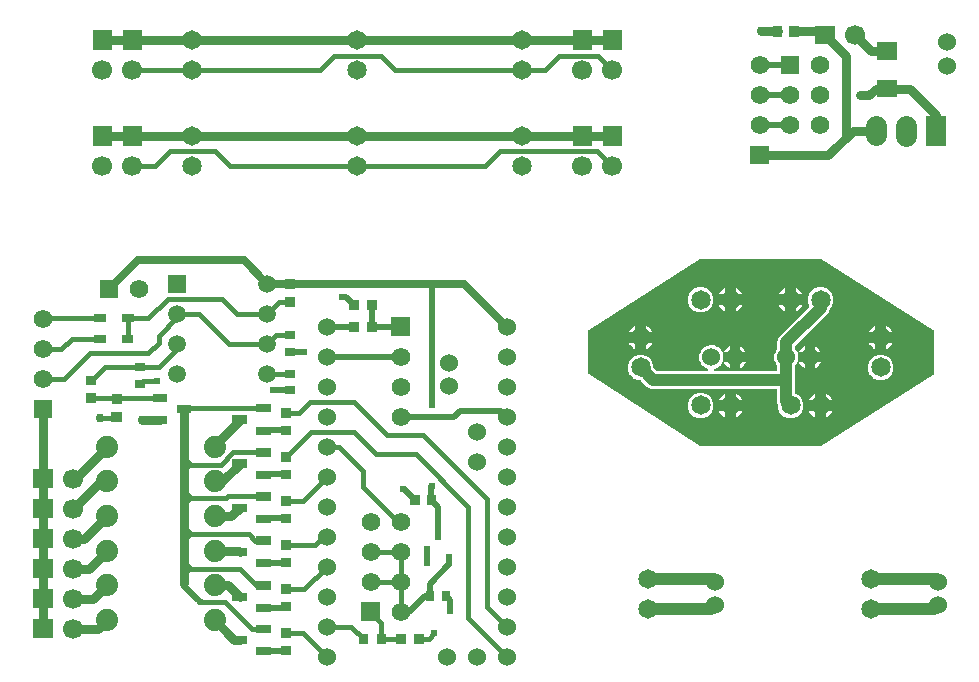
<source format=gtl>
G04 Layer: TopLayer*
G04 EasyEDA v6.4.30, 2022-01-25 10:33:58*
G04 5618020f384b45728b455be9ef3c0d3f,7d3f4a13764643a7838717c5c1d40531,10*
G04 Gerber Generator version 0.2*
G04 Scale: 100 percent, Rotated: No, Reflected: No *
G04 Dimensions in inches *
G04 leading zeros omitted , absolute positions ,3 integer and 6 decimal *
%FSLAX36Y36*%
%MOIN*%

%ADD11C,0.0200*%
%ADD12C,0.0150*%
%ADD13C,0.0250*%
%ADD14C,0.0300*%
%ADD15C,0.0400*%
%ADD16C,0.0240*%
%ADD17R,0.0680X0.0585*%
%ADD18R,0.0315X0.0354*%
%ADD19R,0.0209X0.0408*%
%ADD21R,0.0354X0.0315*%
%ADD22R,0.0340X0.0318*%
%ADD23R,0.0492X0.0276*%
%ADD24R,0.0394X0.0295*%
%ADD25C,0.0600*%
%ADD26R,0.0620X0.0620*%
%ADD27C,0.0620*%
%ADD29C,0.0669*%
%ADD31R,0.0709X0.1024*%
%ADD32C,0.0740*%
%ADD33C,0.0650*%
%ADD34R,0.0591X0.0591*%
%ADD35C,0.0591*%
%ADD36C,0.0709*%

%LPD*%
G36*
X2301180Y836240D02*
G01*
X2300040Y836420D01*
X2299020Y836880D01*
X1926840Y1076940D01*
X1925860Y1077840D01*
X1925220Y1079000D01*
X1925000Y1080300D01*
X1925000Y1219680D01*
X1925220Y1221000D01*
X1925860Y1222160D01*
X1926840Y1223060D01*
X2299020Y1460620D01*
X2300040Y1461080D01*
X2301160Y1461240D01*
X2698840Y1461240D01*
X2699960Y1461100D01*
X2700980Y1460620D01*
X3076259Y1223060D01*
X3077260Y1222160D01*
X3077900Y1220980D01*
X3078120Y1219680D01*
X3078120Y1077200D01*
X3077900Y1075880D01*
X3077260Y1074720D01*
X3076259Y1073820D01*
X2700980Y836860D01*
X2699960Y836400D01*
X2698840Y836240D01*
G37*

%LPC*%
G36*
X2300000Y929180D02*
G01*
X2305580Y929539D01*
X2311040Y930639D01*
X2316340Y932440D01*
X2321340Y934900D01*
X2325980Y938000D01*
X2330180Y941680D01*
X2333860Y945879D01*
X2336980Y950520D01*
X2339440Y955540D01*
X2341240Y960819D01*
X2342320Y966300D01*
X2342700Y971880D01*
X2342320Y977440D01*
X2341240Y982920D01*
X2339440Y988220D01*
X2336980Y993220D01*
X2333860Y997860D01*
X2330180Y1002060D01*
X2325980Y1005740D01*
X2321340Y1008840D01*
X2316340Y1011320D01*
X2311040Y1013120D01*
X2305580Y1014200D01*
X2300000Y1014560D01*
X2294420Y1014200D01*
X2288960Y1013120D01*
X2283660Y1011320D01*
X2278660Y1008840D01*
X2274020Y1005740D01*
X2269820Y1002060D01*
X2266140Y997860D01*
X2263020Y993220D01*
X2260560Y988220D01*
X2258760Y982920D01*
X2257680Y977440D01*
X2257300Y971880D01*
X2257680Y966300D01*
X2258760Y960819D01*
X2260560Y955540D01*
X2263020Y950520D01*
X2266140Y945879D01*
X2269820Y941680D01*
X2274020Y938000D01*
X2278660Y934900D01*
X2283660Y932440D01*
X2288960Y930639D01*
X2294420Y929539D01*
G37*
G36*
X2600000Y929180D02*
G01*
X2605580Y929539D01*
X2611040Y930639D01*
X2616340Y932440D01*
X2621340Y934900D01*
X2625980Y938000D01*
X2630179Y941680D01*
X2633860Y945879D01*
X2636980Y950520D01*
X2639440Y955540D01*
X2641240Y960819D01*
X2642320Y966300D01*
X2642700Y971880D01*
X2642320Y977440D01*
X2641240Y982920D01*
X2639440Y988220D01*
X2636980Y993220D01*
X2633860Y997860D01*
X2630179Y1002060D01*
X2625980Y1005740D01*
X2621340Y1008840D01*
X2618080Y1010460D01*
X2616900Y1011340D01*
X2616120Y1012600D01*
X2615840Y1014040D01*
X2615840Y1105200D01*
X2616120Y1106620D01*
X2620240Y1112640D01*
X2621380Y1114920D01*
X2622440Y1116240D01*
X2623960Y1116980D01*
X2624680Y1117020D01*
X2624000Y1117960D01*
X2623660Y1119440D01*
X2623860Y1120940D01*
X2624420Y1122500D01*
X2625480Y1127760D01*
X2625840Y1133120D01*
X2625480Y1138480D01*
X2624420Y1143740D01*
X2623860Y1145320D01*
X2623660Y1146820D01*
X2624000Y1148280D01*
X2624680Y1149240D01*
X2623960Y1149260D01*
X2622440Y1150020D01*
X2621380Y1151340D01*
X2620240Y1153600D01*
X2616060Y1159680D01*
X2615800Y1161120D01*
X2615800Y1168340D01*
X2616100Y1169860D01*
X2616980Y1171160D01*
X2722080Y1276300D01*
X2724340Y1279020D01*
X2724900Y1279820D01*
X2726740Y1282860D01*
X2727180Y1283740D01*
X2728840Y1287920D01*
X2729660Y1291279D01*
X2729940Y1293480D01*
X2730260Y1294620D01*
X2730899Y1295620D01*
X2733860Y1299019D01*
X2736980Y1303660D01*
X2739440Y1308660D01*
X2741240Y1313959D01*
X2742320Y1319420D01*
X2742700Y1325000D01*
X2742320Y1330580D01*
X2741240Y1336040D01*
X2739440Y1341339D01*
X2736980Y1346339D01*
X2733860Y1350980D01*
X2730179Y1355180D01*
X2725980Y1358860D01*
X2721340Y1361980D01*
X2716340Y1364440D01*
X2711040Y1366240D01*
X2705580Y1367320D01*
X2700000Y1367700D01*
X2694420Y1367320D01*
X2688960Y1366240D01*
X2683660Y1364440D01*
X2678660Y1361980D01*
X2674020Y1358860D01*
X2669820Y1355180D01*
X2666139Y1350980D01*
X2663020Y1346339D01*
X2660560Y1341339D01*
X2658759Y1336040D01*
X2657679Y1330580D01*
X2657300Y1325000D01*
X2657679Y1319420D01*
X2658759Y1313959D01*
X2660560Y1308660D01*
X2662100Y1305540D01*
X2662500Y1303940D01*
X2662240Y1302320D01*
X2661340Y1300940D01*
X2563519Y1203100D01*
X2561259Y1200380D01*
X2560700Y1199580D01*
X2558860Y1196540D01*
X2558420Y1195660D01*
X2556760Y1191480D01*
X2555920Y1188040D01*
X2555760Y1187080D01*
X2555420Y1183560D01*
X2555400Y1160920D01*
X2555180Y1159600D01*
X2554540Y1158440D01*
X2552520Y1155880D01*
X2549780Y1151260D01*
X2547680Y1146300D01*
X2546260Y1141140D01*
X2545540Y1135800D01*
X2545540Y1130440D01*
X2546260Y1125120D01*
X2547680Y1119940D01*
X2549780Y1115000D01*
X2552520Y1110380D01*
X2554580Y1107760D01*
X2555220Y1106580D01*
X2555440Y1105280D01*
X2555440Y1091280D01*
X2555140Y1089740D01*
X2554280Y1088440D01*
X2552980Y1087580D01*
X2551440Y1087280D01*
X2349580Y1087280D01*
X2348000Y1087600D01*
X2346680Y1088520D01*
X2345820Y1089880D01*
X2345580Y1091480D01*
X2346000Y1093040D01*
X2346980Y1094320D01*
X2348400Y1095100D01*
X2350100Y1095620D01*
X2354960Y1097880D01*
X2359500Y1100760D01*
X2363600Y1104240D01*
X2367200Y1108220D01*
X2370240Y1112640D01*
X2371380Y1114920D01*
X2372440Y1116240D01*
X2373960Y1116980D01*
X2374680Y1117020D01*
X2374000Y1117960D01*
X2373660Y1119440D01*
X2373860Y1120940D01*
X2374420Y1122500D01*
X2375480Y1127760D01*
X2375840Y1133120D01*
X2375480Y1138480D01*
X2374420Y1143740D01*
X2373860Y1145320D01*
X2373660Y1146820D01*
X2374000Y1148280D01*
X2374680Y1149240D01*
X2373960Y1149260D01*
X2372440Y1150020D01*
X2371380Y1151340D01*
X2370240Y1153600D01*
X2367200Y1158040D01*
X2363600Y1162020D01*
X2359500Y1165480D01*
X2354960Y1168380D01*
X2350100Y1170640D01*
X2344960Y1172220D01*
X2339680Y1173120D01*
X2334300Y1173300D01*
X2328960Y1172760D01*
X2323740Y1171520D01*
X2318740Y1169580D01*
X2314020Y1167000D01*
X2309700Y1163820D01*
X2305840Y1160080D01*
X2302520Y1155880D01*
X2299780Y1151260D01*
X2297680Y1146300D01*
X2296260Y1141140D01*
X2295540Y1135800D01*
X2295540Y1130440D01*
X2296260Y1125120D01*
X2297680Y1119940D01*
X2299780Y1115000D01*
X2302520Y1110380D01*
X2305840Y1106160D01*
X2309700Y1102440D01*
X2314020Y1099240D01*
X2318740Y1096660D01*
X2323060Y1095000D01*
X2324380Y1094160D01*
X2325280Y1092860D01*
X2325620Y1091320D01*
X2325320Y1089780D01*
X2324460Y1088460D01*
X2323160Y1087580D01*
X2321620Y1087280D01*
X2155840Y1087280D01*
X2154320Y1087580D01*
X2153020Y1088440D01*
X2143760Y1097700D01*
X2142940Y1098880D01*
X2142600Y1100280D01*
X2142320Y1104320D01*
X2141240Y1109800D01*
X2139440Y1115080D01*
X2136980Y1120100D01*
X2133860Y1124740D01*
X2130180Y1128940D01*
X2125980Y1132620D01*
X2121340Y1135720D01*
X2116340Y1138200D01*
X2111040Y1139980D01*
X2105580Y1141080D01*
X2100000Y1141440D01*
X2094420Y1141080D01*
X2088959Y1139980D01*
X2083660Y1138200D01*
X2078660Y1135720D01*
X2074019Y1132620D01*
X2069820Y1128940D01*
X2066140Y1124740D01*
X2063020Y1120100D01*
X2060560Y1115080D01*
X2058760Y1109800D01*
X2057680Y1104320D01*
X2057300Y1098740D01*
X2057680Y1093180D01*
X2058760Y1087700D01*
X2060560Y1082420D01*
X2063020Y1077400D01*
X2066140Y1072760D01*
X2069820Y1068560D01*
X2074019Y1064880D01*
X2078660Y1061780D01*
X2083660Y1059300D01*
X2088959Y1057520D01*
X2094420Y1056420D01*
X2098480Y1056160D01*
X2099860Y1055820D01*
X2101040Y1055000D01*
X2121080Y1034980D01*
X2124600Y1032159D01*
X2127640Y1030340D01*
X2128500Y1029900D01*
X2131780Y1028540D01*
X2132700Y1028240D01*
X2136140Y1027380D01*
X2137100Y1027220D01*
X2140620Y1026900D01*
X2551440Y1026880D01*
X2552980Y1026560D01*
X2554280Y1025699D01*
X2555140Y1024400D01*
X2555440Y1022880D01*
X2555460Y985160D01*
X2555800Y981640D01*
X2555960Y980680D01*
X2556800Y977280D01*
X2557260Y975980D01*
X2557480Y974400D01*
X2557300Y971880D01*
X2557680Y966300D01*
X2558760Y960819D01*
X2560560Y955540D01*
X2563020Y950520D01*
X2566139Y945879D01*
X2569820Y941680D01*
X2574020Y938000D01*
X2578660Y934900D01*
X2583660Y932440D01*
X2588960Y930639D01*
X2594420Y929539D01*
G37*
G36*
X2681259Y933620D02*
G01*
X2681259Y953120D01*
X2661740Y953120D01*
X2663020Y950520D01*
X2666139Y945879D01*
X2669820Y941680D01*
X2674020Y938000D01*
X2678660Y934900D01*
G37*
G36*
X2418760Y933620D02*
G01*
X2421340Y934900D01*
X2425980Y938000D01*
X2430180Y941680D01*
X2433860Y945879D01*
X2436980Y950520D01*
X2438260Y953120D01*
X2418760Y953120D01*
G37*
G36*
X2381260Y933620D02*
G01*
X2381260Y953120D01*
X2361740Y953120D01*
X2363020Y950520D01*
X2366140Y945879D01*
X2369820Y941680D01*
X2374020Y938000D01*
X2378660Y934900D01*
G37*
G36*
X2718759Y933620D02*
G01*
X2721340Y934900D01*
X2725980Y938000D01*
X2730179Y941680D01*
X2733860Y945879D01*
X2736980Y950520D01*
X2738260Y953120D01*
X2718759Y953120D01*
G37*
G36*
X2361740Y990620D02*
G01*
X2381260Y990620D01*
X2381260Y1010120D01*
X2378660Y1008840D01*
X2374020Y1005740D01*
X2369820Y1002060D01*
X2366140Y997860D01*
X2363020Y993220D01*
G37*
G36*
X2418760Y990620D02*
G01*
X2438260Y990620D01*
X2436980Y993220D01*
X2433860Y997860D01*
X2430180Y1002060D01*
X2425980Y1005740D01*
X2421340Y1008840D01*
X2418760Y1010120D01*
G37*
G36*
X2661740Y990620D02*
G01*
X2681259Y990620D01*
X2681259Y1010120D01*
X2678660Y1008840D01*
X2674020Y1005740D01*
X2669820Y1002060D01*
X2666139Y997860D01*
X2663020Y993220D01*
G37*
G36*
X2718759Y990620D02*
G01*
X2738260Y990620D01*
X2736980Y993220D01*
X2733860Y997860D01*
X2730179Y1002060D01*
X2725980Y1005740D01*
X2721340Y1008840D01*
X2718759Y1010120D01*
G37*
G36*
X2900000Y1056060D02*
G01*
X2905580Y1056420D01*
X2911040Y1057520D01*
X2916340Y1059300D01*
X2921340Y1061780D01*
X2925980Y1064880D01*
X2930179Y1068560D01*
X2933860Y1072760D01*
X2936980Y1077400D01*
X2939440Y1082420D01*
X2941240Y1087700D01*
X2942320Y1093180D01*
X2942700Y1098740D01*
X2942320Y1104320D01*
X2941240Y1109800D01*
X2939440Y1115080D01*
X2936980Y1120100D01*
X2933860Y1124740D01*
X2930179Y1128940D01*
X2925980Y1132620D01*
X2921340Y1135720D01*
X2916340Y1138200D01*
X2911040Y1139980D01*
X2905580Y1141080D01*
X2900000Y1141440D01*
X2894420Y1141080D01*
X2888960Y1139980D01*
X2883660Y1138200D01*
X2878660Y1135720D01*
X2874020Y1132620D01*
X2869820Y1128940D01*
X2866139Y1124740D01*
X2863020Y1120100D01*
X2860560Y1115080D01*
X2858759Y1109800D01*
X2857679Y1104320D01*
X2857300Y1098740D01*
X2857679Y1093180D01*
X2858759Y1087700D01*
X2860560Y1082420D01*
X2863020Y1077400D01*
X2866139Y1072760D01*
X2869820Y1068560D01*
X2874020Y1064880D01*
X2878660Y1061780D01*
X2883660Y1059300D01*
X2888960Y1057520D01*
X2894420Y1056420D01*
G37*
G36*
X2396860Y1096980D02*
G01*
X2396860Y1115620D01*
X2377940Y1115620D01*
X2378380Y1115140D01*
X2381220Y1110380D01*
X2384540Y1106160D01*
X2388400Y1102440D01*
X2392720Y1099240D01*
G37*
G36*
X2646860Y1096980D02*
G01*
X2646860Y1115620D01*
X2627940Y1115620D01*
X2628380Y1115140D01*
X2631220Y1110380D01*
X2634540Y1106160D01*
X2638399Y1102440D01*
X2642720Y1099240D01*
G37*
G36*
X2681860Y1097040D02*
G01*
X2683660Y1097880D01*
X2688200Y1100760D01*
X2692300Y1104240D01*
X2695899Y1108220D01*
X2698940Y1112640D01*
X2700440Y1115620D01*
X2681860Y1115620D01*
G37*
G36*
X2431860Y1097040D02*
G01*
X2433660Y1097880D01*
X2438200Y1100760D01*
X2442300Y1104240D01*
X2445900Y1108220D01*
X2448940Y1112640D01*
X2450440Y1115620D01*
X2431860Y1115620D01*
G37*
G36*
X2681860Y1150620D02*
G01*
X2700440Y1150620D01*
X2698940Y1153600D01*
X2695899Y1158040D01*
X2692300Y1162020D01*
X2688200Y1165480D01*
X2683660Y1168380D01*
X2681860Y1169220D01*
G37*
G36*
X2431860Y1150620D02*
G01*
X2450440Y1150620D01*
X2448940Y1153600D01*
X2445900Y1158040D01*
X2442300Y1162020D01*
X2438200Y1165480D01*
X2433660Y1168380D01*
X2431860Y1169220D01*
G37*
G36*
X2377940Y1150620D02*
G01*
X2396860Y1150620D01*
X2396860Y1169260D01*
X2392720Y1167000D01*
X2388400Y1163820D01*
X2384540Y1160080D01*
X2381220Y1155880D01*
X2378380Y1151100D01*
G37*
G36*
X2627940Y1150620D02*
G01*
X2646860Y1150620D01*
X2646860Y1169260D01*
X2642720Y1167000D01*
X2638399Y1163820D01*
X2634540Y1160080D01*
X2631220Y1155880D01*
X2628380Y1151100D01*
G37*
G36*
X2918759Y1160500D02*
G01*
X2921340Y1161780D01*
X2925980Y1164880D01*
X2930179Y1168560D01*
X2933860Y1172760D01*
X2936980Y1177400D01*
X2938260Y1180000D01*
X2918759Y1180000D01*
G37*
G36*
X2081260Y1160500D02*
G01*
X2081260Y1180000D01*
X2061740Y1180000D01*
X2063020Y1177400D01*
X2066140Y1172760D01*
X2069820Y1168560D01*
X2074019Y1164880D01*
X2078660Y1161780D01*
G37*
G36*
X2881259Y1160500D02*
G01*
X2881259Y1180000D01*
X2861740Y1180000D01*
X2863020Y1177400D01*
X2866139Y1172760D01*
X2869820Y1168560D01*
X2874020Y1164880D01*
X2878660Y1161780D01*
G37*
G36*
X2118760Y1160500D02*
G01*
X2121340Y1161780D01*
X2125980Y1164880D01*
X2130180Y1168560D01*
X2133860Y1172760D01*
X2136980Y1177400D01*
X2138260Y1180000D01*
X2118760Y1180000D01*
G37*
G36*
X2918759Y1217500D02*
G01*
X2938260Y1217500D01*
X2936980Y1220100D01*
X2933860Y1224740D01*
X2930179Y1228940D01*
X2925980Y1232620D01*
X2921340Y1235720D01*
X2918759Y1237000D01*
G37*
G36*
X2118760Y1217500D02*
G01*
X2138260Y1217500D01*
X2136980Y1220100D01*
X2133860Y1224740D01*
X2130180Y1228940D01*
X2125980Y1232620D01*
X2121340Y1235720D01*
X2118760Y1237000D01*
G37*
G36*
X2861740Y1217500D02*
G01*
X2881259Y1217500D01*
X2881259Y1237000D01*
X2878660Y1235720D01*
X2874020Y1232620D01*
X2869820Y1228940D01*
X2866139Y1224740D01*
X2863020Y1220100D01*
G37*
G36*
X2061740Y1217500D02*
G01*
X2081260Y1217500D01*
X2081260Y1237000D01*
X2078660Y1235720D01*
X2074019Y1232620D01*
X2069820Y1228940D01*
X2066140Y1224740D01*
X2063020Y1220100D01*
G37*
G36*
X2300000Y1282300D02*
G01*
X2305580Y1282680D01*
X2311040Y1283760D01*
X2316340Y1285560D01*
X2321340Y1288020D01*
X2325980Y1291140D01*
X2330180Y1294820D01*
X2333860Y1299019D01*
X2336980Y1303660D01*
X2339440Y1308660D01*
X2341240Y1313959D01*
X2342320Y1319420D01*
X2342700Y1325000D01*
X2342320Y1330580D01*
X2341240Y1336040D01*
X2339440Y1341339D01*
X2336980Y1346339D01*
X2333860Y1350980D01*
X2330180Y1355180D01*
X2325980Y1358860D01*
X2321340Y1361980D01*
X2316340Y1364440D01*
X2311040Y1366240D01*
X2305580Y1367320D01*
X2300000Y1367700D01*
X2294420Y1367320D01*
X2288960Y1366240D01*
X2283660Y1364440D01*
X2278660Y1361980D01*
X2274020Y1358860D01*
X2269820Y1355180D01*
X2266140Y1350980D01*
X2263020Y1346339D01*
X2260560Y1341339D01*
X2258760Y1336040D01*
X2257680Y1330580D01*
X2257300Y1325000D01*
X2257680Y1319420D01*
X2258760Y1313959D01*
X2260560Y1308660D01*
X2263020Y1303660D01*
X2266140Y1299019D01*
X2269820Y1294820D01*
X2274020Y1291140D01*
X2278660Y1288020D01*
X2283660Y1285560D01*
X2288960Y1283760D01*
X2294420Y1282680D01*
G37*
G36*
X2381260Y1286740D02*
G01*
X2381260Y1306240D01*
X2361740Y1306240D01*
X2363020Y1303660D01*
X2366140Y1299019D01*
X2369820Y1294820D01*
X2374020Y1291140D01*
X2378660Y1288020D01*
G37*
G36*
X2581259Y1286740D02*
G01*
X2581259Y1306240D01*
X2561740Y1306240D01*
X2563020Y1303660D01*
X2566139Y1299019D01*
X2569820Y1294820D01*
X2574020Y1291140D01*
X2578660Y1288020D01*
G37*
G36*
X2418760Y1286740D02*
G01*
X2421340Y1288020D01*
X2425980Y1291140D01*
X2430180Y1294820D01*
X2433860Y1299019D01*
X2436980Y1303660D01*
X2438260Y1306240D01*
X2418760Y1306240D01*
G37*
G36*
X2618759Y1286740D02*
G01*
X2621340Y1288020D01*
X2625980Y1291140D01*
X2630179Y1294820D01*
X2633860Y1299019D01*
X2636980Y1303660D01*
X2638260Y1306240D01*
X2618759Y1306240D01*
G37*
G36*
X2361740Y1343740D02*
G01*
X2381260Y1343740D01*
X2381260Y1363260D01*
X2378660Y1361980D01*
X2374020Y1358860D01*
X2369820Y1355180D01*
X2366140Y1350980D01*
X2363020Y1346339D01*
G37*
G36*
X2561740Y1343740D02*
G01*
X2581259Y1343740D01*
X2581259Y1363260D01*
X2578660Y1361980D01*
X2574020Y1358860D01*
X2569820Y1355180D01*
X2566139Y1350980D01*
X2563020Y1346339D01*
G37*
G36*
X2618759Y1343740D02*
G01*
X2638260Y1343740D01*
X2636980Y1346339D01*
X2633860Y1350980D01*
X2630179Y1355180D01*
X2625980Y1358860D01*
X2621340Y1361980D01*
X2618759Y1363260D01*
G37*
G36*
X2418760Y1343740D02*
G01*
X2438260Y1343740D01*
X2436980Y1346339D01*
X2433860Y1350980D01*
X2430180Y1355180D01*
X2425980Y1358860D01*
X2421340Y1361980D01*
X2418760Y1363260D01*
G37*

%LPD*%
G36*
X571880Y818760D02*
G01*
X571880Y731260D01*
X603120Y768760D01*
X603120Y781260D01*
G37*
G36*
X621840Y337520D02*
G01*
X621840Y318780D01*
X646840Y318780D01*
G37*
G36*
X590600Y409400D02*
G01*
X574980Y368780D01*
X590600Y368780D01*
G37*
G36*
X571880Y471880D02*
G01*
X571880Y384380D01*
X603120Y421880D01*
X603120Y434380D01*
G37*
G36*
X571880Y587500D02*
G01*
X571880Y500000D01*
X603120Y537500D01*
X603120Y550000D01*
G37*
G36*
X571880Y706260D02*
G01*
X571880Y618760D01*
X603120Y656260D01*
X603120Y668760D01*
G37*
D11*
X1300000Y934369D02*
G01*
X1478119Y934369D01*
X1496850Y953101D01*
X1634399Y953101D01*
X1653100Y934398D01*
D12*
X1653100Y134299D02*
G01*
X1525000Y262399D01*
X1525000Y634400D01*
X1350000Y809400D01*
X1218800Y809400D01*
X1143800Y884400D01*
X1001700Y884400D01*
X918800Y801500D01*
X1653100Y234400D02*
G01*
X1587500Y300000D01*
X1587500Y659400D01*
X1375000Y871900D01*
X1256300Y871900D01*
X1143800Y984400D01*
X996899Y984400D01*
X960900Y948400D01*
X918800Y948400D01*
D13*
X931250Y1376529D02*
G01*
X1510969Y1376529D01*
X1653119Y1234380D01*
D11*
X1403130Y975000D02*
G01*
X1403130Y1375000D01*
X1403125Y1375000D01*
D12*
X1300000Y584400D02*
G01*
X1290600Y584400D01*
X1175000Y700000D01*
X1175000Y753099D01*
X1093699Y834400D01*
X1053100Y834400D01*
D11*
X1452559Y337500D02*
G01*
X1465630Y324429D01*
X1465630Y287500D01*
D12*
X1053119Y234380D02*
G01*
X1135959Y234380D01*
X1176589Y193750D01*
X1235907Y193750D02*
G01*
X1235907Y248461D01*
X1200000Y284369D01*
D14*
X2715630Y2206244D02*
G01*
X2784551Y2137323D01*
X2784551Y1865774D01*
X2496880Y1806244D02*
G01*
X2724994Y1806244D01*
X2806430Y1887680D01*
X2884369Y1887680D01*
D11*
X2496880Y1906244D02*
G01*
X2596890Y1906244D01*
X2496880Y2006244D02*
G01*
X2596890Y2006244D01*
X2496880Y2106244D02*
G01*
X2596880Y2106244D01*
D15*
X2700000Y1325000D02*
G01*
X2700000Y1296900D01*
X2585600Y1182500D01*
X2585600Y1133099D01*
X2100000Y1098750D02*
G01*
X2141678Y1057071D01*
X2585649Y1057071D01*
D12*
X1706244Y2089355D02*
G01*
X1781244Y2089355D01*
X1829345Y2137456D01*
X1958145Y2137456D01*
X2006244Y2089355D01*
X606244Y2089355D02*
G01*
X1031244Y2089355D01*
X1079345Y2137456D01*
X1233145Y2137456D01*
X1281244Y2089355D01*
X1706244Y2089355D01*
X406244Y2089380D02*
G01*
X606244Y2089380D01*
D14*
X306244Y2189380D02*
G01*
X2006244Y2189380D01*
D12*
X406244Y1770630D02*
G01*
X481244Y1770630D01*
X531244Y1820630D01*
X681244Y1820630D01*
X731244Y1770630D01*
X1156244Y1770630D01*
X1156244Y1770630D02*
G01*
X1581244Y1770630D01*
X1631244Y1820630D01*
X1956244Y1820630D01*
X2006244Y1770630D01*
D14*
X306244Y1870630D02*
G01*
X2006244Y1870630D01*
D15*
X2600000Y971869D02*
G01*
X2585649Y986221D01*
X2585649Y1133125D01*
X2868750Y393750D02*
G01*
X3081229Y393750D01*
X3090630Y384351D01*
X2868750Y293750D02*
G01*
X3078729Y293750D01*
X3090630Y305648D01*
X2125000Y393750D02*
G01*
X2338104Y393750D01*
X2346880Y384976D01*
X2125000Y293750D02*
G01*
X2334354Y293750D01*
X2346880Y306273D01*
D12*
X353130Y992159D02*
G01*
X357739Y996770D01*
X498130Y996770D01*
X268755Y995340D02*
G01*
X349949Y995340D01*
X353130Y992159D01*
X353130Y932838D02*
G01*
X351541Y931250D01*
X296880Y931250D01*
X487510Y1053110D02*
G01*
X440070Y1053110D01*
X431260Y1044299D01*
X109380Y1159369D02*
G01*
X168744Y1159369D01*
X203125Y1193750D01*
X297590Y1193750D01*
X556298Y1278101D02*
G01*
X556298Y1265700D01*
X493798Y1203101D01*
X493798Y1181201D01*
X459398Y1146898D01*
X265648Y1146898D01*
X178119Y1059369D01*
X109380Y1059369D01*
X431250Y1099430D02*
G01*
X313524Y1099430D01*
X268755Y1054661D01*
X431250Y1099430D02*
G01*
X496329Y1099430D01*
X556298Y1159398D01*
X556298Y1178101D01*
D14*
X109398Y228125D02*
G01*
X109380Y228144D01*
X109380Y959369D01*
X320000Y371898D02*
G01*
X276221Y328119D01*
X209380Y328119D01*
X209380Y428119D02*
G01*
X260619Y428119D01*
X320000Y487500D01*
X320000Y256201D02*
G01*
X291918Y228119D01*
X209380Y228119D01*
D12*
X109380Y1259369D02*
G01*
X112510Y1262500D01*
X297590Y1262500D01*
D13*
X856298Y1378101D02*
G01*
X778100Y1456201D01*
X424960Y1456201D01*
X328130Y1359369D01*
D12*
X856298Y1278101D02*
G01*
X753200Y1278101D01*
X703200Y1328101D01*
X524299Y1328101D01*
X458699Y1262500D01*
X389909Y1262500D01*
X389915Y1193744D02*
G01*
X389915Y1262494D01*
X389915Y1262494D01*
X918750Y654659D02*
G01*
X973400Y654659D01*
X1053119Y734380D01*
X918750Y214029D02*
G01*
X973469Y214029D01*
X1053119Y134380D01*
X1053119Y434380D02*
G01*
X979650Y360909D01*
X918750Y360909D01*
D14*
X680000Y256250D02*
G01*
X745630Y190619D01*
X763760Y190619D01*
X680000Y371869D02*
G01*
X726260Y371869D01*
X763760Y334369D01*
X680000Y487500D02*
G01*
X760630Y487500D01*
X763760Y484369D01*
X680000Y603119D02*
G01*
X735630Y603119D01*
X763760Y631250D01*
D11*
X918750Y301588D02*
G01*
X914130Y296970D01*
X842500Y296970D01*
X918750Y154708D02*
G01*
X917260Y153220D01*
X842500Y153220D01*
X842500Y593850D02*
G01*
X843989Y595338D01*
X918750Y595338D01*
X842500Y740720D02*
G01*
X842500Y740720D01*
X851869Y740720D01*
X851869Y740720D01*
X853359Y742208D01*
X918750Y742208D01*
D12*
X918750Y507779D02*
G01*
X1014025Y507779D01*
X1040625Y534380D01*
X1053119Y534380D01*
D11*
X1204657Y1234369D02*
G01*
X1300000Y1234369D01*
X1300000Y1234369D01*
D12*
X856250Y1278119D02*
G01*
X895339Y1317210D01*
X931250Y1317210D01*
X856250Y1078119D02*
G01*
X856819Y1077550D01*
X931250Y1077550D01*
X576869Y959369D02*
G01*
X576869Y962310D01*
X576961Y962399D01*
X842500Y962399D01*
D14*
X680000Y718750D02*
G01*
X704389Y718750D01*
X763760Y778119D01*
X680000Y834375D02*
G01*
X680000Y841239D01*
X763760Y925000D01*
D11*
X842500Y446970D02*
G01*
X843994Y448463D01*
X918750Y448463D01*
X842494Y887600D02*
G01*
X842500Y887600D01*
X842500Y887600D01*
X848750Y887600D01*
X850239Y889088D01*
X918750Y889088D01*
X575000Y378125D02*
G01*
X575000Y371925D01*
X625000Y321925D01*
X1204660Y1306250D02*
G01*
X1204660Y1234369D01*
X1204657Y1234369D01*
X1145339Y1234369D02*
G01*
X1053119Y1234369D01*
X1053119Y1234369D01*
X1053119Y1134380D02*
G01*
X1115619Y1134380D01*
X1115630Y1134369D01*
X1300000Y1134369D01*
X978130Y1150000D02*
G01*
X931819Y1150000D01*
X931250Y1150569D01*
X1103130Y1334369D02*
G01*
X1117222Y1334369D01*
X1145342Y1306250D01*
D14*
X437500Y921869D02*
G01*
X437600Y921970D01*
X498130Y921970D01*
D12*
X628123Y315626D02*
G01*
X624998Y321876D01*
X842500Y228020D02*
G01*
X803181Y228020D01*
X715601Y315601D01*
X628125Y315625D01*
X842500Y371770D02*
G01*
X821931Y371770D01*
X765600Y428101D01*
X573798Y428101D01*
X842500Y521770D02*
G01*
X815631Y521770D01*
X793701Y543701D01*
X581298Y543701D01*
X575000Y550000D01*
X842500Y668649D02*
G01*
X723350Y668649D01*
X717199Y662500D01*
X573755Y662500D01*
X842500Y815520D02*
G01*
X740520Y815520D01*
X700000Y775000D01*
X575000Y775000D01*
D14*
X209380Y628119D02*
G01*
X300010Y718750D01*
X320000Y718750D01*
X209380Y728119D02*
G01*
X213744Y728119D01*
X320000Y834375D01*
X320000Y603119D02*
G01*
X245000Y528119D01*
X209380Y528119D01*
D11*
X931250Y1022438D02*
G01*
X875568Y1022438D01*
X875000Y1021869D01*
D13*
X856250Y1378125D02*
G01*
X857844Y1376529D01*
X931250Y1376529D01*
D12*
X556300Y1278099D02*
G01*
X628200Y1278099D01*
X728200Y1178099D01*
X856300Y1178099D01*
X856250Y1178119D02*
G01*
X883810Y1205680D01*
X931250Y1205680D01*
X1360907Y193750D02*
G01*
X1393750Y193750D01*
X1412500Y212500D01*
X1235910Y193750D02*
G01*
X1301589Y193750D01*
D14*
X576869Y381244D02*
G01*
X576869Y959369D01*
D11*
X1402559Y656239D02*
G01*
X1425000Y633798D01*
X1425000Y543350D01*
X1309380Y693750D02*
G01*
X1309940Y693750D01*
X1347446Y656244D01*
X1402554Y656244D02*
G01*
X1402554Y702554D01*
X1403125Y703125D01*
X1300000Y284375D02*
G01*
X1328125Y284375D01*
X1381250Y337500D01*
X1397439Y337500D01*
D14*
X3084380Y1887300D02*
G01*
X3084380Y1940619D01*
X2997079Y2027919D01*
X2921880Y2027919D01*
X2815619Y2206250D02*
G01*
X2868549Y2153319D01*
X2921880Y2153319D01*
X2611938Y2218744D02*
G01*
X2703130Y2218744D01*
X2715630Y2206244D01*
X2500000Y2218750D02*
G01*
X2556815Y2218750D01*
X2556821Y2218744D01*
X2921875Y2027925D02*
G01*
X2884174Y2027925D01*
X2862500Y2006250D01*
X2831250Y2006250D01*
D12*
X1300000Y284369D02*
G01*
X1300000Y484369D01*
X1200000Y384369D02*
G01*
X1300000Y384369D01*
X1200000Y484369D02*
G01*
X1300000Y484369D01*
D11*
X1387500Y493750D02*
G01*
X1387500Y456743D01*
X1387597Y456646D01*
X1397440Y337500D02*
G01*
X1397440Y378485D01*
X1462399Y443445D01*
X1462399Y456640D01*
G36*
X2887858Y2057159D02*
G01*
X2955891Y2057159D01*
X2955891Y1998696D01*
X2887858Y1998696D01*
G37*
D17*
G01*
X2921880Y2153319D03*
G36*
X1386810Y673966D02*
G01*
X1418307Y673966D01*
X1418307Y638533D01*
X1386810Y638533D01*
G37*
G36*
X1331692Y673966D02*
G01*
X1363189Y673966D01*
X1363189Y638533D01*
X1331692Y638533D01*
G37*
D18*
G01*
X1397439Y337500D03*
G01*
X1452560Y337500D03*
D19*
G01*
X1387600Y456640D03*
G01*
X1462399Y456640D03*
G01*
X1425000Y543359D03*
G36*
X1192470Y210758D02*
G01*
X1192470Y176741D01*
X1160718Y176741D01*
X1160718Y210758D01*
G37*
G36*
X1220029Y210758D02*
G01*
X1220029Y176741D01*
X1251781Y176741D01*
X1251781Y210758D01*
G37*
G36*
X1317470Y210758D02*
G01*
X1317470Y176741D01*
X1285718Y176741D01*
X1285718Y210758D01*
G37*
G36*
X1345029Y210758D02*
G01*
X1345029Y176741D01*
X1376781Y176741D01*
X1376781Y210758D01*
G37*
D21*
G01*
X931300Y1077559D03*
G01*
X931300Y1022440D03*
G01*
X931300Y1205659D03*
G01*
X931300Y1150540D03*
G01*
X431250Y1099430D03*
G01*
X431250Y1044319D03*
G36*
X901791Y170619D02*
G01*
X935807Y170619D01*
X935807Y138868D01*
X901791Y138868D01*
G37*
D22*
G01*
X918800Y214059D03*
G36*
X901791Y317420D02*
G01*
X935807Y317420D01*
X935807Y285668D01*
X901791Y285668D01*
G37*
G01*
X918800Y360859D03*
G36*
X901791Y464319D02*
G01*
X935807Y464319D01*
X935807Y432568D01*
X901791Y432568D01*
G37*
G01*
X918800Y507759D03*
G36*
X901791Y611219D02*
G01*
X935807Y611219D01*
X935807Y579468D01*
X901791Y579468D01*
G37*
G01*
X918800Y654659D03*
G36*
X901791Y758119D02*
G01*
X935807Y758119D01*
X935807Y726368D01*
X901791Y726368D01*
G37*
G01*
X918800Y801559D03*
G36*
X901791Y904920D02*
G01*
X935807Y904920D01*
X935807Y873168D01*
X901791Y873168D01*
G37*
G01*
X918800Y948359D03*
D23*
G01*
X498130Y996799D03*
G01*
X498130Y921999D03*
G01*
X576869Y959400D03*
G36*
X817863Y166979D02*
G01*
X867075Y166979D01*
X867075Y139420D01*
X817863Y139420D01*
G37*
G36*
X817863Y241779D02*
G01*
X867075Y241779D01*
X867075Y214220D01*
X817863Y214220D01*
G37*
G36*
X739124Y204378D02*
G01*
X788335Y204378D01*
X788335Y176819D01*
X739124Y176819D01*
G37*
G36*
X817863Y310779D02*
G01*
X867075Y310779D01*
X867075Y283220D01*
X817863Y283220D01*
G37*
G36*
X817863Y385578D02*
G01*
X867075Y385578D01*
X867075Y358020D01*
X817863Y358020D01*
G37*
G36*
X739124Y348179D02*
G01*
X788335Y348179D01*
X788335Y320619D01*
X739124Y320619D01*
G37*
G36*
X817863Y460779D02*
G01*
X867075Y460779D01*
X867075Y433220D01*
X817863Y433220D01*
G37*
G36*
X817863Y535578D02*
G01*
X867075Y535578D01*
X867075Y508020D01*
X817863Y508020D01*
G37*
G36*
X739124Y498179D02*
G01*
X788335Y498179D01*
X788335Y470619D01*
X739124Y470619D01*
G37*
G36*
X817863Y607579D02*
G01*
X867075Y607579D01*
X867075Y580019D01*
X817863Y580019D01*
G37*
G36*
X817863Y682379D02*
G01*
X867075Y682379D01*
X867075Y654819D01*
X817863Y654819D01*
G37*
G36*
X739124Y644978D02*
G01*
X788335Y644978D01*
X788335Y617420D01*
X739124Y617420D01*
G37*
G36*
X817863Y754479D02*
G01*
X867075Y754479D01*
X867075Y726920D01*
X817863Y726920D01*
G37*
G36*
X817863Y829279D02*
G01*
X867075Y829279D01*
X867075Y801720D01*
X817863Y801720D01*
G37*
G36*
X739124Y791878D02*
G01*
X788335Y791878D01*
X788335Y764319D01*
X739124Y764319D01*
G37*
G36*
X817863Y901379D02*
G01*
X867075Y901379D01*
X867075Y873820D01*
X817863Y873820D01*
G37*
G36*
X817863Y976179D02*
G01*
X867075Y976179D01*
X867075Y948620D01*
X817863Y948620D01*
G37*
G36*
X739124Y938778D02*
G01*
X788335Y938778D01*
X788335Y911219D01*
X739124Y911219D01*
G37*
G36*
X336116Y948719D02*
G01*
X370133Y948719D01*
X370133Y916968D01*
X336116Y916968D01*
G37*
D22*
G01*
X353130Y992159D03*
G36*
X1188779Y1217366D02*
G01*
X1188779Y1251383D01*
X1220531Y1251383D01*
X1220531Y1217366D01*
G37*
G36*
X1161220Y1217366D02*
G01*
X1161220Y1251383D01*
X1129468Y1251383D01*
X1129468Y1217366D01*
G37*
G36*
X1188779Y1289241D02*
G01*
X1188779Y1323258D01*
X1220531Y1323258D01*
X1220531Y1289241D01*
G37*
G36*
X1161220Y1289241D02*
G01*
X1161220Y1323258D01*
X1129468Y1323258D01*
X1129468Y1289241D01*
G37*
G36*
X285758Y1038780D02*
G01*
X251741Y1038780D01*
X251741Y1070531D01*
X285758Y1070531D01*
G37*
G01*
X268750Y995340D03*
G36*
X370228Y1208514D02*
G01*
X409598Y1208514D01*
X409598Y1178985D01*
X370228Y1178985D01*
G37*
G36*
X277903Y1208514D02*
G01*
X317274Y1208514D01*
X317274Y1178985D01*
X277903Y1178985D01*
G37*
D24*
G01*
X297590Y1262500D03*
G01*
X389909Y1262500D03*
G36*
X914242Y1333094D02*
G01*
X948257Y1333094D01*
X948257Y1301343D01*
X914242Y1301343D01*
G37*
D22*
G01*
X931250Y1376529D03*
G36*
X2596185Y2236466D02*
G01*
X2627682Y2236466D01*
X2627682Y2201033D01*
X2596185Y2201033D01*
G37*
G36*
X2541067Y2236466D02*
G01*
X2572564Y2236466D01*
X2572564Y2201033D01*
X2541067Y2201033D01*
G37*
D25*
G01*
X2664350Y1133119D03*
G01*
X2585649Y1133119D03*
G01*
X2414350Y1133119D03*
G01*
X2335649Y1133119D03*
G36*
X1231000Y253375D02*
G01*
X1231000Y315374D01*
X1168999Y315374D01*
X1168999Y253375D01*
G37*
D27*
G01*
X1300000Y284369D03*
G01*
X1200000Y384369D03*
G01*
X1300000Y384369D03*
G01*
X1200000Y484369D03*
G01*
X1300000Y484369D03*
G01*
X1200000Y584369D03*
G01*
X1300000Y584369D03*
D25*
G01*
X1462500Y1035650D03*
G01*
X1462500Y1114349D03*
G01*
X3090630Y384349D03*
G01*
X3090630Y305650D03*
G01*
X2346880Y384969D03*
G01*
X2346880Y306269D03*
G36*
X1268999Y1265374D02*
G01*
X1268999Y1203375D01*
X1331000Y1203375D01*
X1331000Y1265374D01*
G37*
D27*
G01*
X1300000Y1134369D03*
G01*
X1300000Y1034369D03*
G01*
X1300000Y934369D03*
G36*
X1975245Y1904094D02*
G01*
X1975245Y1837165D01*
X2037245Y1837165D01*
X2037245Y1904094D01*
G37*
D29*
G01*
X2006250Y1770619D03*
G36*
X375244Y1904094D02*
G01*
X375244Y1837165D01*
X437244Y1837165D01*
X437244Y1904094D01*
G37*
G01*
X406250Y1770619D03*
G36*
X1875245Y1904094D02*
G01*
X1875245Y1837165D01*
X1937245Y1837165D01*
X1937245Y1904094D01*
G37*
G01*
X1906250Y1770619D03*
G36*
X275244Y1904094D02*
G01*
X275244Y1837165D01*
X337244Y1837165D01*
X337244Y1904094D01*
G37*
G01*
X306250Y1770619D03*
G36*
X1975245Y2222844D02*
G01*
X1975245Y2155915D01*
X2037245Y2155915D01*
X2037245Y2222844D01*
G37*
G01*
X2006250Y2089369D03*
G36*
X375244Y2222844D02*
G01*
X375244Y2155915D01*
X437244Y2155915D01*
X437244Y2222844D01*
G37*
G01*
X406250Y2089369D03*
G36*
X1875245Y2222844D02*
G01*
X1875245Y2155915D01*
X1937245Y2155915D01*
X1937245Y2222844D01*
G37*
G01*
X1906250Y2089369D03*
G36*
X275244Y2222844D02*
G01*
X275244Y2155915D01*
X337244Y2155915D01*
X337244Y2222844D01*
G37*
G01*
X306250Y2089369D03*
G36*
X2682160Y2175250D02*
G01*
X2749089Y2175250D01*
X2749089Y2237249D01*
X2682160Y2237249D01*
G37*
G01*
X2815619Y2206250D03*
G36*
X2527875Y1775250D02*
G01*
X2527875Y1837249D01*
X2465874Y1837249D01*
X2465874Y1775250D01*
G37*
D27*
G01*
X2496880Y1906239D03*
G01*
X2496880Y2006239D03*
G01*
X2496880Y2106239D03*
G36*
X75911Y259124D02*
G01*
X142840Y259124D01*
X142840Y197125D01*
X75911Y197125D01*
G37*
D29*
G01*
X209380Y228119D03*
G36*
X75911Y359124D02*
G01*
X142840Y359124D01*
X142840Y297125D01*
X75911Y297125D01*
G37*
G01*
X209380Y328119D03*
D26*
G01*
X109380Y959369D03*
D27*
G01*
X109380Y1059369D03*
G01*
X109380Y1159369D03*
G01*
X109380Y1259369D03*
D31*
G01*
X3084380Y1887300D03*
D25*
G01*
X3121880Y2104400D03*
G01*
X3121880Y2183099D03*
D26*
G01*
X328130Y1359369D03*
D27*
G01*
X428130Y1359369D03*
G01*
X2696890Y1906250D03*
G01*
X2596890Y1906250D03*
G01*
X2696890Y2006250D03*
G01*
X2596890Y2006250D03*
G01*
X2696890Y2106250D03*
D26*
G01*
X2596880Y2106250D03*
D32*
G01*
X320000Y256199D03*
G01*
X680000Y256199D03*
G01*
X320000Y371900D03*
G01*
X680000Y371900D03*
G01*
X320000Y487500D03*
G01*
X680000Y487500D03*
G01*
X320000Y603099D03*
G01*
X680000Y603099D03*
G01*
X320000Y718699D03*
G01*
X680000Y718699D03*
G01*
X320000Y834400D03*
G01*
X680000Y834400D03*
D33*
G01*
X1156250Y1870619D03*
G01*
X1156250Y1770619D03*
G01*
X1156250Y2189369D03*
G01*
X1156250Y2089369D03*
G01*
X1706250Y2189369D03*
G01*
X1706250Y2089369D03*
G01*
X606250Y2189369D03*
G01*
X606250Y2089369D03*
G01*
X1706250Y1870619D03*
G01*
X1706250Y1770619D03*
G01*
X606250Y1870619D03*
G01*
X606250Y1770619D03*
G36*
X75911Y759124D02*
G01*
X142840Y759124D01*
X142840Y697125D01*
X75911Y697125D01*
G37*
D29*
G01*
X209380Y728119D03*
D25*
G01*
X1053119Y1234380D03*
G01*
X1053119Y1134380D03*
G01*
X1053119Y1034380D03*
G01*
X1053119Y934380D03*
G01*
X1053119Y834380D03*
G01*
X1053119Y734380D03*
G01*
X1053119Y634380D03*
G01*
X1053119Y534380D03*
G01*
X1053119Y434380D03*
G01*
X1053119Y334380D03*
G01*
X1053119Y234380D03*
G01*
X1053119Y134380D03*
G01*
X1653119Y134380D03*
G01*
X1653119Y234380D03*
G01*
X1653119Y334380D03*
G01*
X1653119Y434380D03*
G01*
X1653119Y534380D03*
G01*
X1653119Y634380D03*
G01*
X1653119Y734380D03*
G01*
X1653119Y834380D03*
G01*
X1653119Y934380D03*
G01*
X1653119Y1034380D03*
G01*
X1653119Y1134380D03*
G01*
X1653119Y1234380D03*
G01*
X1553119Y884380D03*
G01*
X1553119Y784380D03*
G01*
X1553119Y134380D03*
G01*
X1453119Y134380D03*
D33*
G01*
X2125000Y393750D03*
G01*
X2125000Y293750D03*
G01*
X2868750Y393750D03*
G01*
X2868750Y293750D03*
G36*
X75911Y459124D02*
G01*
X142840Y459124D01*
X142840Y397125D01*
X75911Y397125D01*
G37*
D29*
G01*
X209380Y428119D03*
G36*
X75911Y559124D02*
G01*
X142840Y559124D01*
X142840Y497125D01*
X75911Y497125D01*
G37*
G01*
X209380Y528119D03*
G36*
X75911Y659124D02*
G01*
X142840Y659124D01*
X142840Y597125D01*
X75911Y597125D01*
G37*
G01*
X209380Y628119D03*
D34*
G01*
X556250Y1378119D03*
D35*
G01*
X556250Y1278119D03*
G01*
X556250Y1178119D03*
G01*
X556250Y1078119D03*
G01*
X856250Y1378119D03*
G01*
X856250Y1278119D03*
G01*
X856250Y1178119D03*
G01*
X856250Y1078119D03*
D33*
G01*
X2700000Y971869D03*
G01*
X2600000Y971869D03*
G01*
X2600000Y1325000D03*
G01*
X2700000Y1325000D03*
G01*
X2100000Y1198750D03*
G01*
X2100000Y1098750D03*
G01*
X2400000Y1325000D03*
G01*
X2300000Y1325000D03*
G01*
X2900000Y1198750D03*
G01*
X2900000Y1098750D03*
G01*
X2400000Y971869D03*
G01*
X2300000Y971869D03*
D16*
G01*
X978130Y1150000D03*
D14*
G01*
X437500Y921869D03*
D16*
G01*
X487500Y1053119D03*
G01*
X1103130Y1334369D03*
G01*
X875000Y1021869D03*
D14*
G01*
X296880Y931250D03*
G01*
X2500000Y2218750D03*
D16*
G01*
X1412500Y212500D03*
G01*
X1309380Y693750D03*
G01*
X1403130Y703119D03*
G01*
X1403130Y975000D03*
G01*
X1387500Y493750D03*
G01*
X1465630Y287500D03*
G01*
X2831250Y2006250D03*
D36*
X2984380Y1871541D02*
G01*
X2984380Y1903038D01*
X2884369Y1871932D02*
G01*
X2884369Y1903427D01*
M02*

</source>
